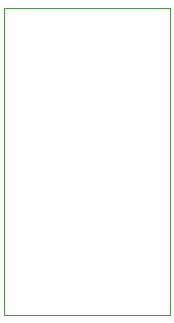
<source format=gbr>
%TF.GenerationSoftware,KiCad,Pcbnew,8.0.8*%
%TF.CreationDate,2025-05-29T20:22:18+02:00*%
%TF.ProjectId,5V_power_supply,35565f70-6f77-4657-925f-737570706c79,rev?*%
%TF.SameCoordinates,Original*%
%TF.FileFunction,Profile,NP*%
%FSLAX46Y46*%
G04 Gerber Fmt 4.6, Leading zero omitted, Abs format (unit mm)*
G04 Created by KiCad (PCBNEW 8.0.8) date 2025-05-29 20:22:18*
%MOMM*%
%LPD*%
G01*
G04 APERTURE LIST*
%TA.AperFunction,Profile*%
%ADD10C,0.050000*%
%TD*%
G04 APERTURE END LIST*
D10*
X133500000Y-75000000D02*
X147500000Y-75000000D01*
X147500000Y-101000000D01*
X133500000Y-101000000D01*
X133500000Y-75000000D01*
M02*

</source>
